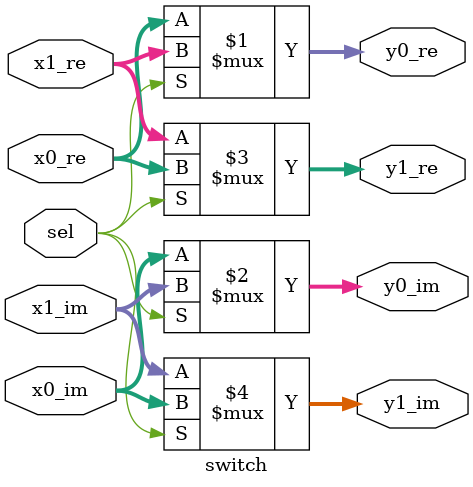
<source format=v>

module switch (
  input sel,
  input signed [15:0] x0_re,
  input signed [15:0] x0_im,
  input signed [15:0] x1_re,
  input signed [15:0] x1_im,
  output signed [15:0] y0_re,
  output signed [15:0] y0_im,
  output signed [15:0] y1_re,
  output signed [15:0] y1_im
);

  assign y0_re = sel ? x1_re : x0_re;
  assign y0_im = sel ? x1_im : x0_im;
  assign y1_re = sel ? x0_re : x1_re;
  assign y1_im = sel ? x0_im : x1_im;

endmodule

</source>
